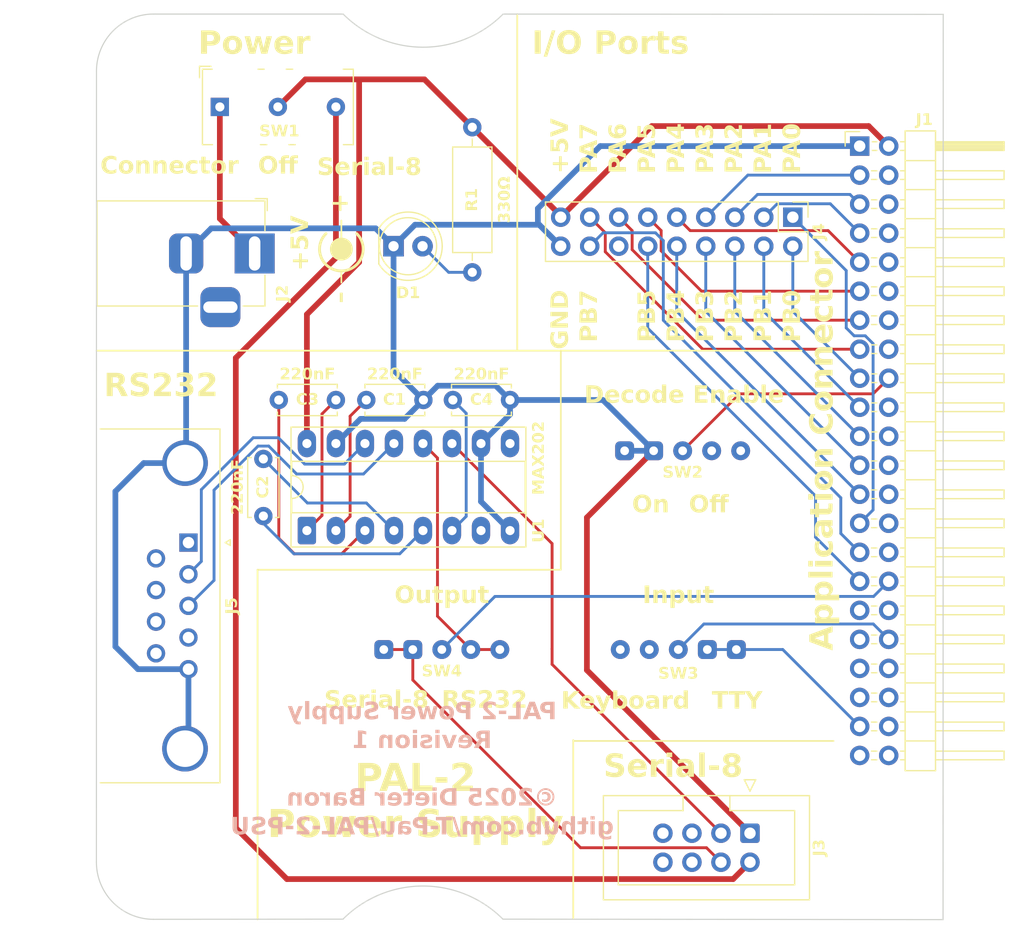
<source format=kicad_pcb>
(kicad_pcb (version 20241229) (generator "pcbnew") (generator_version "9.0")
  (layers (0 "F.Cu" signal) (2 "B.Cu" signal) (13 "F.Paste" user) (15 "B.Paste" user) (5 "F.SilkS" user "F.Silkscreen") (7 "B.SilkS" user "B.Silkscreen") (1 "F.Mask" user) (3 "B.Mask" user) (25 "Edge.Cuts" user))
  (net 0 "")
  (net 1 "GND")
  (net 2 "Net-(D1-A)")
  (net 3 "/PA3")
  (net 4 "/PA2")
  (net 5 "/PA1")
  (net 6 "/PA4")
  (net 7 "/PA5")
  (net 8 "/PA6")
  (net 9 "/PA7")
  (net 10 "/PB0")
  (net 11 "/PB1")
  (net 12 "/PB2")
  (net 13 "/PB3")
  (net 14 "/PB4")
  (net 15 "/PA0")
  (net 16 "/PB7")
  (net 17 "/PB5")
  (net 22 "KB_COL_A")
  (net 24 "+5V")
  (net 32 "Net-(J1-DECODE_EN)")
  (net 33 "KYBD")
  (net 35 "PTR")
  (net 36 "KB_ROW_3")
  (net 41 "TxD")
  (net 42 "RxD RSS")
  (net 44 "+5V Serial-8")
  (net 45 "RxD Serial-8")
  (net 46 "/+5V Connector")
  (net 51 "Net-(U1-C1+)")
  (net 52 "Net-(U1-C1-)")
  (net 53 "Net-(U1-C2+)")
  (net 54 "Net-(U1-C2-)")
  (net 55 "Net-(U1-VS+)")
  (net 56 "Net-(U1-VS-)")
  (net 64 "Net-(U1-T1OUT)")
  (net 65 "Net-(U1-R1IN)")
  (footprint "MountingHole:MountingHole_3.2mm_M3" (layer "F.Cu") (at 67.295001 103.359981)
    (property "Reference" "H3")
    (property "Value" "~")
    (pad "" np_thru_hole circle (at 0 0) (size 3.2 3.2) (drill 3.2) (layers "*.Cu" "*.Mask"))
  )
  (footprint "Capacitor_THT:C_Disc_D5.0mm_W2.5mm_P5.00mm" (layer "F.Cu") (at 84.455 61.722 180)
    (property "Reference" "C1" (at -5.12 0 0) (layer "F.SilkS"))
    (property "Value" "220nF" (at 2.5 2.2225 0) (layer "F.SilkS"))
    (pad "1" thru_hole circle (at 0 0 180) (size 1.6 1.6) (drill 0.8) (layers "*.Cu" "*.Mask") (net 51 "Net-(U1-C1+)"))
    (pad "2" thru_hole circle (at 5 0 180) (size 1.6 1.6) (drill 0.8) (layers "*.Cu" "*.Mask") (net 52 "Net-(U1-C1-)"))
  )
  (footprint "T-Pau:SW-2.54-5.08" (layer "F.Cu") (at 114.427 76.656 180)
    (property "Reference" "SW3" (at 0 -9.0436 0) (layer "F.SilkS") (effects (font (thickness 0.1))))
    (property "Value" "INPUT")
    (pad "1" thru_hole roundrect (at -5.08 -6.91 180) (size 1.65 1.65) (drill 0.762) (layers "*.Cu" "*.Mask") (net 22 "KB_COL_A"))
    (pad "1" thru_hole roundrect (at -2.54 -6.91 180) (size 1.65 1.65) (drill 0.762) (layers "*.Cu" "*.Mask") (net 22 "KB_COL_A"))
    (pad "2" thru_hole circle (at 0 -6.91 180) (size 1.65 1.65) (drill 0.762) (layers "*.Cu" "*.Mask") (net 36 "KB_ROW_3"))
    (pad "3" thru_hole circle (at 2.54 -6.91 180) (size 1.65 1.65) (drill 0.762) (layers "*.Cu" "*.Mask"))
    (pad "3" thru_hole circle (at 5.08 -6.91 180) (size 1.65 1.65) (drill 0.762) (layers "*.Cu" "*.Mask"))
  )
  (footprint "Connector_IDC:IDC-Header_2x04_P2.54mm_Vertical" (layer "F.Cu") (at 120.7008 99.6442 -90)
    (property "Reference" "J3" (at 1.27 -6.1 90) (layer "F.SilkS"))
    (property "Value" "Serial-8")
    (pad "1" thru_hole roundrect (at 0 0 270) (size 1.7 1.7) (drill 1) (layers "*.Cu" "*.Mask") (roundrect_rratio 0.147059) (net 1 "GND"))
    (pad "2" thru_hole circle (at 2.54 0 270) (size 1.7 1.7) (drill 1) (layers "*.Cu" "*.Mask") (net 44 "+5V Serial-8"))
    (pad "3" thru_hole circle (at 0 2.54 270) (size 1.7 1.7) (drill 1) (layers "*.Cu" "*.Mask") (net 41 "TxD"))
    (pad "4" thru_hole circle (at 2.54 2.54 270) (size 1.7 1.7) (drill 1) (layers "*.Cu" "*.Mask") (net 45 "RxD Serial-8"))
    (pad "5" thru_hole circle (at 0 5.08 270) (size 1.7 1.7) (drill 1) (layers "*.Cu" "*.Mask"))
    (pad "6" thru_hole circle (at 2.54 5.08 270) (size 1.7 1.7) (drill 1) (layers "*.Cu" "*.Mask"))
    (pad "7" thru_hole circle (at 0 7.62 270) (size 1.7 1.7) (drill 1) (layers "*.Cu" "*.Mask"))
    (pad "8" thru_hole circle (at 2.54 7.62 270) (size 1.7 1.7) (drill 1) (layers "*.Cu" "*.Mask"))
  )
  (footprint "T-Pau:SW-2.54-5.08" (layer "F.Cu") (at 93.726 90.476)
    (property "Reference" "SW4" (at 0 -4.98 0) (layer "F.SilkS") (effects (font (thickness 0.1))))
    (property "Value" "TTY")
    (pad "1" thru_hole roundrect (at -5.08 -6.91) (size 1.65 1.65) (drill 0.762) (layers "*.Cu" "*.Mask") (net 45 "RxD Serial-8"))
    (pad "1" thru_hole roundrect (at -2.54 -6.91) (size 1.65 1.65) (drill 0.762) (layers "*.Cu" "*.Mask") (net 45 "RxD Serial-8"))
    (pad "2" thru_hole circle (at 0 -6.91) (size 1.65 1.65) (drill 0.762) (layers "*.Cu" "*.Mask") (net 33 "KYBD"))
    (pad "3" thru_hole circle (at 2.54 -6.91) (size 1.65 1.65) (drill 0.762) (layers "*.Cu" "*.Mask") (net 42 "RxD RSS"))
    (pad "3" thru_hole circle (at 5.08 -6.91) (size 1.65 1.65) (drill 0.762) (layers "*.Cu" "*.Mask") (net 42 "RxD RSS"))
  )
  (footprint "Capacitor_THT:C_Disc_D5.0mm_W2.5mm_P5.00mm" (layer "F.Cu") (at 92.115 61.722 180)
    (property "Reference" "C3" (at 10.16 0 0) (layer "F.SilkS"))
    (property "Value" "220nF" (at 2.5 2.2225 0) (layer "F.SilkS"))
    (pad "1" thru_hole circle (at 0 0 180) (size 1.6 1.6) (drill 0.8) (layers "*.Cu" "*.Mask") (net 1 "GND"))
    (pad "2" thru_hole circle (at 5 0 180) (size 1.6 1.6) (drill 0.8) (layers "*.Cu" "*.Mask") (net 55 "Net-(U1-VS+)"))
  )
  (footprint "MountingHole:MountingHole_3.2mm_M3" (layer "F.Cu") (at 67.31 31.75)
    (property "Reference" "H1")
    (property "Value" "~")
    (pad "" np_thru_hole circle (at 0 0) (size 3.2 3.2) (drill 3.2) (layers "*.Cu" "*.Mask"))
  )
  (footprint "T-Pau:SW-2.54-5.08" (layer "F.Cu") (at 114.808 73.077)
    (property "Reference" "SW2" (at 0 -4.98 0) (layer "F.SilkS") (effects (font (thickness 0.1))))
    (property "Value" "DECODE_EN")
    (pad "1" thru_hole roundrect (at -5.08 -6.91) (size 1.65 1.65) (drill 0.762) (layers "*.Cu" "*.Mask") (net 1 "GND"))
    (pad "1" thru_hole roundrect (at -2.54 -6.91) (size 1.65 1.65) (drill 0.762) (layers "*.Cu" "*.Mask") (net 1 "GND"))
    (pad "2" thru_hole circle (at 0 -6.91) (size 1.65 1.65) (drill 0.762) (layers "*.Cu" "*.Mask") (net 32 "Net-(J1-DECODE_EN)"))
    (pad "3" thru_hole circle (at 2.54 -6.91) (size 1.65 1.65) (drill 0.762) (layers "*.Cu" "*.Mask"))
    (pad "3" thru_hole circle (at 5.08 -6.91) (size 1.65 1.65) (drill 0.762) (layers "*.Cu" "*.Mask"))
  )
  (footprint "Connector_BarrelJack:BarrelJack_Horizontal" (layer "F.Cu") (at 77.343 48.895)
    (property "Reference" "J2" (at 2.47 3.4975 90) (layer "F.SilkS"))
    (property "Value" "+5V")
    (pad "1" thru_hole rect (at 0 0) (size 3.5 3.5) (drill oval 1 3) (layers "*.Cu" "*.Mask") (net 46 "/+5V Connector"))
    (pad "2" thru_hole roundrect (at -6 0) (size 3 3.5) (drill oval 1 3) (layers "*.Cu" "*.Mask") (net 1 "GND"))
    (pad "3" thru_hole roundrect (at -3 4.7) (size 3.5 3.5) (drill oval 3 1) (layers "*.Cu" "*.Mask"))
  )
  (footprint "Package_DIP:DIP-16_W7.62mm_Socket_LongPads" (layer "F.Cu") (at 81.915 73.152 90)
    (property "Reference" "U1" (at -0.01 20.33 90) (layer "F.SilkS"))
    (property "Value" "MAX202" (at 6.35 20.32 90) (layer "F.SilkS"))
    (pad "1" thru_hole roundrect (at 0 0 90) (size 2.4 1.6) (drill 0.8) (layers "*.Cu" "*.Mask") (roundrect_rratio 0.15625) (net 51 "Net-(U1-C1+)"))
    (pad "2" thru_hole oval (at 0 2.54 90) (size 2.4 1.6) (drill 0.8) (layers "*.Cu" "*.Mask") (net 55 "Net-(U1-VS+)"))
    (pad "3" thru_hole oval (at 0 5.08 90) (size 2.4 1.6) (drill 0.8) (layers "*.Cu" "*.Mask") (net 52 "Net-(U1-C1-)"))
    (pad "4" thru_hole oval (at 0 7.62 90) (size 2.4 1.6) (drill 0.8) (layers "*.Cu" "*.Mask") (net 53 "Net-(U1-C2+)"))
    (pad "5" thru_hole oval (at 0 10.16 90) (size 2.4 1.6) (drill 0.8) (layers "*.Cu" "*.Mask") (net 54 "Net-(U1-C2-)"))
    (pad "6" thru_hole oval (at 0 12.7 90) (size 2.4 1.6) (drill 0.8) (layers "*.Cu" "*.Mask") (net 56 "Net-(U1-VS-)"))
    (pad "7" thru_hole oval (at 0 15.24 90) (size 2.4 1.6) (drill 0.8) (layers "*.Cu" "*.Mask"))
    (pad "8" thru_hole oval (at 0 17.78 90) (size 2.4 1.6) (drill 0.8) (layers "*.Cu" "*.Mask") (net 1 "GND"))
    (pad "9" thru_hole oval (at 7.62 17.78 90) (size 2.4 1.6) (drill 0.8) (layers "*.Cu" "*.Mask"))
    (pad "10" thru_hole oval (at 7.62 15.24 90) (size 2.4 1.6) (drill 0.8) (layers "*.Cu" "*.Mask") (net 1 "GND"))
    (pad "11" thru_hole oval (at 7.62 12.7 90) (size 2.4 1.6) (drill 0.8) (layers "*.Cu" "*.Mask") (net 41 "TxD"))
    (pad "12" thru_hole oval (at 7.62 10.16 90) (size 2.4 1.6) (drill 0.8) (layers "*.Cu" "*.Mask") (net 42 "RxD RSS"))
    (pad "13" thru_hole oval (at 7.62 7.62 90) (size 2.4 1.6) (drill 0.8) (layers "*.Cu" "*.Mask") (net 65 "Net-(U1-R1IN)"))
    (pad "14" thru_hole oval (at 7.62 5.08 90) (size 2.4 1.6) (drill 0.8) (layers "*.Cu" "*.Mask") (net 64 "Net-(U1-T1OUT)"))
    (pad "15" thru_hole oval (at 7.62 2.54 90) (size 2.4 1.6) (drill 0.8) (layers "*.Cu" "*.Mask") (net 1 "GND"))
    (pad "16" thru_hole oval (at 7.62 0 90) (size 2.4 1.6) (drill 0.8) (layers "*.Cu" "*.Mask") (net 24 "+5V"))
  )
  (footprint "T-Pau:PAL-2 Connector" (layer "F.Cu") (at 130.302 39.497)
    (property "Reference" "J1" (at 5.655 -2.27 0) (layer "F.SilkS"))
    (property "Value" "Application Connector")
    (pad "1" thru_hole rect (at 0 0) (size 1.7 1.7) (drill 1) (layers "*.Cu" "*.Mask") (net 1 "GND"))
    (pad "2" thru_hole oval (at 0 2.54) (size 1.7 1.7) (drill 1) (layers "*.Cu" "*.Mask") (net 3 "/PA3"))
    (pad "3" thru_hole oval (at 0 5.08) (size 1.7 1.7) (drill 1) (layers "*.Cu" "*.Mask") (net 4 "/PA2"))
    (pad "4" thru_hole oval (at 0 7.62) (size 1.7 1.7) (drill 1) (layers "*.Cu" "*.Mask") (net 5 "/PA1"))
    (pad "5" thru_hole oval (at 0 10.16) (size 1.7 1.7) (drill 1) (layers "*.Cu" "*.Mask") (net 6 "/PA4"))
    (pad "6" thru_hole oval (at 0 12.7) (size 1.7 1.7) (drill 1) (layers "*.Cu" "*.Mask") (net 7 "/PA5"))
    (pad "7" thru_hole oval (at 0 15.24) (size 1.7 1.7) (drill 1) (layers "*.Cu" "*.Mask") (net 8 "/PA6"))
    (pad "8" thru_hole oval (at 0 17.78) (size 1.7 1.7) (drill 1) (layers "*.Cu" "*.Mask") (net 9 "/PA7"))
    (pad "9" thru_hole oval (at 0 20.32) (size 1.7 1.7) (drill 1) (layers "*.Cu" "*.Mask") (net 10 "/PB0"))
    (pad "10" thru_hole oval (at 0 22.86) (size 1.7 1.7) (drill 1) (layers "*.Cu" "*.Mask") (net 11 "/PB1"))
    (pad "11" thru_hole oval (at 0 25.4) (size 1.7 1.7) (drill 1) (layers "*.Cu" "*.Mask") (net 12 "/PB2"))
    (pad "12" thru_hole oval (at 0 27.94) (size 1.7 1.7) (drill 1) (layers "*.Cu" "*.Mask") (net 13 "/PB3"))
    (pad "13" thru_hole oval (at 0 30.48) (size 1.7 1.7) (drill 1) (layers "*.Cu" "*.Mask") (net 14 "/PB4"))
    (pad "14" thru_hole oval (at 0 33.02) (size 1.7 1.7) (drill 1) (layers "*.Cu" "*.Mask") (net 15 "/PA0"))
    (pad "15" thru_hole oval (at 0 35.56) (size 1.7 1.7) (drill 1) (layers "*.Cu" "*.Mask") (net 16 "/PB7"))
    (pad "16" thru_hole oval (at 0 38.1) (size 1.7 1.7) (drill 1) (layers "*.Cu" "*.Mask") (net 17 "/PB5"))
    (pad "17" thru_hole oval (at 0 40.64) (size 1.7 1.7) (drill 1) (layers "*.Cu" "*.Mask"))
    (pad "18" thru_hole oval (at 0 43.18) (size 1.7 1.7) (drill 1) (layers "*.Cu" "*.Mask"))
    (pad "19" thru_hole oval (at 0 45.72) (size 1.7 1.7) (drill 1) (layers "*.Cu" "*.Mask"))
    (pad "20" thru_hole oval (at 0 48.26) (size 1.7 1.7) (drill 1) (layers "*.Cu" "*.Mask"))
    (pad "21" thru_hole oval (at 0 50.8) (size 1.7 1.7) (drill 1) (layers "*.Cu" "*.Mask") (net 22 "KB_COL_A"))
    (pad "22" thru_hole oval (at 0 53.34) (size 1.7 1.7) (drill 1) (layers "*.Cu" "*.Mask"))
    (pad "A" thru_hole oval (at 2.54 0) (size 1.7 1.7) (drill 1) (layers "*.Cu" "*.Mask") (net 24 "+5V"))
    (pad "B" thru_hole oval (at 2.54 2.54) (size 1.7 1.7) (drill 1) (layers "*.Cu" "*.Mask"))
    (pad "C" thru_hole oval (at 2.54 5.08) (size 1.7 1.7) (drill 1) (layers "*.Cu" "*.Mask"))
    (pad "D" thru_hole oval (at 2.54 7.62) (size 1.7 1.7) (drill 1) (layers "*.Cu" "*.Mask"))
    (pad "E" thru_hole oval (at 2.54 10.16) (size 1.7 1.7) (drill 1) (layers "*.Cu" "*.Mask"))
    (pad "F" thru_hole oval (at 2.54 12.7) (size 1.7 1.7) (drill 1) (layers "*.Cu" "*.Mask"))
    (pad "H" thru_hole oval (at 2.54 15.24) (size 1.7 1.7) (drill 1) (layers "*.Cu" "*.Mask"))
    (pad "J" thru_hole oval (at 2.54 17.78) (size 1.7 1.7) (drill 1) (layers "*.Cu" "*.Mask"))
    (pad "K" thru_hole oval (at 2.54 20.32) (size 1.7 1.7) (drill 1) (layers "*.Cu" "*.Mask") (net 32 "Net-(J1-DECODE_EN)"))
    (pad "L" thru_hole oval (at 2.54 22.86) (size 1.7 1.7) (drill 1) (layers "*.Cu" "*.Mask"))
    (pad "M" thru_hole oval (at 2.54 25.4) (size 1.7 1.7) (drill 1) (layers "*.Cu" "*.Mask"))
    (pad "N" thru_hole oval (at 2.54 27.94) (size 1.7 1.7) (drill 1) (layers "*.Cu" "*.Mask"))
    (pad "P" thru_hole oval (at 2.54 30.48) (size 1.7 1.7) (drill 1) (layers "*.Cu" "*.Mask"))
    (pad "R" thru_hole oval (at 2.54 33.02) (size 1.7 1.7) (drill 1) (layers "*.Cu" "*.Mask"))
    (pad "S" thru_hole oval (at 2.54 35.56) (size 1.7 1.7) (drill 1) (layers "*.Cu" "*.Mask"))
    (pad "T" thru_hole oval (at 2.54 38.1) (size 1.7 1.7) (drill 1) (layers "*.Cu" "*.Mask") (net 33 "KYBD"))
    (pad "U" thru_hole oval (at 2.54 40.64) (size 1.7 1.7) (drill 1) (layers "*.Cu" "*.Mask") (net 35 "PTR"))
    (pad "V" thru_hole oval (at 2.54 43.18) (size 1.7 1.7) (drill 1) (layers "*.Cu" "*.Mask") (net 36 "KB_ROW_3"))
    (pad "W" thru_hole oval (at 2.54 45.72) (size 1.7 1.7) (drill 1) (layers "*.Cu" "*.Mask"))
    (pad "X" thru_hole oval (at 2.54 48.26) (size 1.7 1.7) (drill 1) (layers "*.Cu" "*.Mask"))
    (pad "Y" thru_hole oval (at 2.54 50.8) (size 1.7 1.7) (drill 1) (layers "*.Cu" "*.Mask"))
    (pad "Z" thru_hole oval (at 2.54 53.34) (size 1.7 1.7) (drill 1) (layers "*.Cu" "*.Mask"))
  )
  (footprint "Capacitor_THT:C_Disc_D5.0mm_W2.5mm_P5.00mm" (layer "F.Cu") (at 99.695 61.722 180)
    (property "Reference" "C4" (at 2.5 0 0) (layer "F.SilkS"))
    (property "Value" "220nF" (at 2.5 2.2225 0) (layer "F.SilkS"))
    (pad "1" thru_hole circle (at 0 0 180) (size 1.6 1.6) (drill 0.8) (layers "*.Cu" "*.Mask") (net 1 "GND"))
    (pad "2" thru_hole circle (at 5 0 180) (size 1.6 1.6) (drill 0.8) (layers "*.Cu" "*.Mask") (net 56 "Net-(U1-VS-)"))
  )
  (footprint "Resistor_THT:R_Axial_DIN0309_L9.0mm_D3.2mm_P12.70mm_Horizontal" (layer "F.Cu") (at 96.393 37.846 -90)
    (property "Reference" "R1" (at 6.35 0 90) (layer "F.SilkS"))
    (property "Value" "330Ω" (at 6.35 -2.8575 90) (layer "F.SilkS"))
    (pad "1" thru_hole circle (at 0 0 270) (size 1.6 1.6) (drill 0.8) (layers "*.Cu" "*.Mask") (net 24 "+5V"))
    (pad "2" thru_hole oval (at 12.7 0 270) (size 1.6 1.6) (drill 0.8) (layers "*.Cu" "*.Mask") (net 2 "Net-(D1-A)"))
  )
  (footprint "MountingHole:MountingHole_3.2mm_M3" (layer "F.Cu") (at 133.5024 103.359981)
    (property "Reference" "H4")
    (property "Value" "~")
    (pad "" np_thru_hole circle (at 0 0) (size 3.2 3.2) (drill 3.2) (layers "*.Cu" "*.Mask"))
  )
  (footprint "Capacitor_THT:C_Disc_D5.0mm_W2.5mm_P5.00mm" (layer "F.Cu") (at 78.105 66.882 -90)
    (property "Reference" "C2" (at 2.46 0 90) (layer "F.SilkS"))
    (property "Value" "220nF" (at 2.46 2.2225 90) (layer "F.SilkS"))
    (pad "1" thru_hole circle (at 0 0 270) (size 1.6 1.6) (drill 0.8) (layers "*.Cu" "*.Mask") (net 53 "Net-(U1-C2+)"))
    (pad "2" thru_hole circle (at 5 0 270) (size 1.6 1.6) (drill 0.8) (layers "*.Cu" "*.Mask") (net 54 "Net-(U1-C2-)"))
  )
  (footprint "MountingHole:MountingHole_3.2mm_M3" (layer "F.Cu") (at 133.5024 31.7246)
    (property "Reference" "H2")
    (property "Value" "~")
    (pad "" np_thru_hole circle (at 0 0) (size 3.2 3.2) (drill 3.2) (layers "*.Cu" "*.Mask"))
  )
  (footprint "Connector_PinHeader_2.54mm:PinHeader_2x09_P2.54mm_Vertical" (layer "F.Cu") (at 124.45 45.72 -90)
    (property "Reference" "J4" (at 1.27 -2.33 90) (layer "F.SilkS"))
    (property "Value" "I/O")
    (pad "1" thru_hole rect (at 0 0 270) (size 1.7 1.7) (drill 1) (layers "*.Cu" "*.Mask") (net 15 "/PA0"))
    (pad "2" thru_hole oval (at 2.54 0 270) (size 1.7 1.7) (drill 1) (layers "*.Cu" "*.Mask") (net 10 "/PB0"))
    (pad "3" thru_hole oval (at 0 2.54 270) (size 1.7 1.7) (drill 1) (layers "*.Cu" "*.Mask") (net 5 "/PA1"))
    (pad "4" thru_hole oval (at 2.54 2.54 270) (size 1.7 1.7) (drill 1) (layers "*.Cu" "*.Mask") (net 11 "/PB1"))
    (pad "5" thru_hole oval (at 0 5.08 270) (size 1.7 1.7) (drill 1) (layers "*.Cu" "*.Mask") (net 4 "/PA2"))
    (pad "6" thru_hole oval (at 2.54 5.08 270) (size 1.7 1.7) (drill 1) (layers "*.Cu" "*.Mask") (net 12 "/PB2"))
    (pad "7" thru_hole oval (at 0 7.62 270) (size 1.7 1.7) (drill 1) (layers "*.Cu" "*.Mask") (net 3 "/PA3"))
    (pad "8" thru_hole oval (at 2.54 7.62 270) (size 1.7 1.7) (drill 1) (layers "*.Cu" "*.Mask") (net 13 "/PB3"))
    (pad "9" thru_hole oval (at 0 10.16 270) (size 1.7 1.7) (drill 1) (layers "*.Cu" "*.Mask") (net 6 "/PA4"))
    (pad "10" thru_hole oval (at 2.54 10.16 270) (size 1.7 1.7) (drill 1) (layers "*.Cu" "*.Mask") (net 14 "/PB4"))
    (pad "11" thru_hole oval (at 0 12.7 270) (size 1.7 1.7) (drill 1) (layers "*.Cu" "*.Mask") (net 7 "/PA5"))
    (pad "12" thru_hole oval (at 2.54 12.7 270) (size 1.7 1.7) (drill 1) (layers "*.Cu" "*.Mask") (net 17 "/PB5"))
    (pad "13" thru_hole oval (at 0 15.24 270) (size 1.7 1.7) (drill 1) (layers "*.Cu" "*.Mask") (net 8 "/PA6"))
    (pad "14" thru_hole oval (at 2.54 15.24 270) (size 1.7 1.7) (drill 1) (layers "*.Cu" "*.Mask"))
    (pad "15" thru_hole oval (at 0 17.78 270) (size 1.7 1.7) (drill 1) (layers "*.Cu" "*.Mask") (net 9 "/PA7"))
    (pad "16" thru_hole oval (at 2.54 17.78 270) (size 1.7 1.7) (drill 1) (layers "*.Cu" "*.Mask") (net 16 "/PB7"))
    (pad "17" thru_hole oval (at 0 20.32 270) (size 1.7 1.7) (drill 1) (layers "*.Cu" "*.Mask") (net 24 "+5V"))
    (pad "18" thru_hole oval (at 2.54 20.32 270) (size 1.7 1.7) (drill 1) (layers "*.Cu" "*.Mask") (net 1 "GND"))
  )
  (footprint "LED_THT:LED_D5.0mm" (layer "F.Cu") (at 89.499 48.26)
    (property "Reference" "D1" (at 1.27 4.1275 0) (layer "F.SilkS"))
    (property "Value" "Red")
    (pad "1" thru_hole rect (at 0 0) (size 1.8 1.8) (drill 0.9) (layers "*.Cu" "*.Mask") (net 1 "GND"))
    (pad "2" thru_hole circle (at 2.54 0) (size 1.8 1.8) (drill 0.9) (layers "*.Cu" "*.Mask") (net 2 "Net-(D1-A)"))
  )
  (footprint "T-Pau:SS-25139-NH" (layer "F.Cu") (at 79.375 36.068)
    (property "Reference" "SW1" (at 0.127 2.159 0) (layer "F.SilkS"))
    (property "Value" "Power")
    (pad "1" thru_hole rect (at -5.08 0) (size 1.6 1.6) (drill 0.8) (layers "*.Cu" "*.Mask") (net 46 "/+5V Connector"))
    (pad "2" thru_hole circle (at 0 0) (size 1.6 1.6) (drill 0.8) (layers "*.Cu" "*.Mask") (net 24 "+5V"))
    (pad "3" thru_hole circle (at 5.08 0) (size 1.6 1.6) (drill 0.8) (layers "*.Cu" "*.Mask") (net 44 "+5V Serial-8"))
  )
  (footprint "Connector_Dsub:DSUB-9_Male_Horizontal_P2.77x2.84mm_EdgePinOffset4.94mm_Housed_MountingHolesOffset7.48mm" (layer "F.Cu") (at 71.547 74.204 -90)
    (property "Reference" "J5" (at 5.54 -3.8275 90) (layer "F.SilkS"))
    (property "Value" "RS232")
    (pad "0" thru_hole circle (at -6.96 0.3 270) (size 4 4) (drill 3.2) (layers "*.Cu" "*.Mask") (net 1 "GND"))
    (pad "0" thru_hole circle (at 18.04 0.3 270) (size 4 4) (drill 3.2) (layers "*.Cu" "*.Mask") (net 1 "GND"))
    (pad "1" thru_hole rect (at 0 0 270) (size 1.6 1.6) (drill 1) (layers "*.Cu" "*.Mask"))
    (pad "2" thru_hole circle (at 2.77 0 270) (size 1.6 1.6) (drill 1) (layers "*.Cu" "*.Mask") (net 64 "Net-(U1-T1OUT)"))
    (pad "3" thru_hole circle (at 5.54 0 270) (size 1.6 1.6) (drill 1) (layers "*.Cu" "*.Mask") (net 65 "Net-(U1-R1IN)"))
    (pad "4" thru_hole circle (at 8.31 0 270) (size 1.6 1.6) (drill 1) (layers "*.Cu" "*.Mask"))
    (pad "5" thru_hole circle (at 11.08 0 270) (size 1.6 1.6) (drill 1) (layers "*.Cu" "*.Mask") (net 1 "GND"))
    (pad "6" thru_hole circle (at 1.385 2.84 270) (size 1.6 1.6) (drill 1) (layers "*.Cu" "*.Mask"))
    (pad "7" thru_hole circle (at 4.155 2.84 270) (size 1.6 1.6) (drill 1) (layers "*.Cu" "*.Mask"))
    (pad "8" thru_hole circle (at 6.925 2.84 270) (size 1.6 1.6) (drill 1) (layers "*.Cu" "*.Mask"))
    (pad "9" thru_hole circle (at 9.695 2.84 270) (size 1.6 1.6) (drill 1) (layers "*.Cu" "*.Mask"))
  )
  (gr_line (start 77.597 76.581) (end 104.14 76.581) (stroke (width 0.15)) (layer "F.SilkS"))
  (gr_arc (start 86.282 47.164) (mid 84.932 50.423188) (end 83.582 47.164) (stroke (width 0.25)) (layer "F.SilkS"))
  (gr_line (start 84.932 50.423188) (end 84.932 51.439) (stroke (width 0.15)) (layer "F.SilkS"))
  (gr_line (start 84.932 48.514) (end 84.932 46.014) (stroke (width 0.15)) (layer "F.SilkS"))
  (gr_line (start 100.33 57.404) (end 100.33 27.94) (stroke (width 0.15)) (layer "F.SilkS"))
  (gr_line (start 105.2322 107.1118) (end 105.2322 91.4908) (stroke (width 0.15)) (layer "F.SilkS"))
  (gr_line (start 77.597 107.188) (end 77.597 76.581) (stroke (width 0.15)) (layer "F.SilkS"))
  (gr_line (start 63.5 57.404) (end 104.14 57.404) (stroke (width 0.15)) (layer "F.SilkS"))
  (gr_line (start 104.14 76.581) (end 104.14 57.404) (stroke (width 0.15)) (layer "F.SilkS"))
  (gr_line (start 105.2322 91.567) (end 128.016 91.567) (stroke (width 0.15)) (layer "F.SilkS"))
  (gr_line (start 104.14 57.404) (end 125.222 57.404) (stroke (width 0.15)) (layer "F.SilkS"))
  (gr_circle (center 84.932 48.514) (end 84.932 47.514) (fill yes) (layer "F.SilkS"))
  (gr_line (start 99.074999 107.166495) (end 137.600995 107.207476) (stroke (width 0.1)) (layer "Edge.Cuts"))
  (gr_arc (start 99.089998 27.94) (mid 92.089999 30.839495) (end 85.09 27.94) (stroke (width 0.1)) (layer "Edge.Cuts"))
  (gr_line (start 99.089998 27.94) (end 137.6172 27.9654) (stroke (width 0.1)) (layer "Edge.Cuts"))
  (gr_arc (start 63.495534 32.937514) (mid 64.96 29.40198) (end 68.495534 27.937514) (stroke (width 0.1)) (layer "Edge.Cuts"))
  (gr_line (start 137.6172 27.9654) (end 137.600995 107.207476) (stroke (width 0.1)) (layer "Edge.Cuts"))
  (gr_arc (start 68.490535 107.181466) (mid 64.955001 105.717) (end 63.490535 102.181466) (stroke (width 0.1)) (layer "Edge.Cuts"))
  (gr_arc (start 85.075001 107.166495) (mid 92.075 104.267) (end 99.074999 107.166495) (stroke (width 0.1)) (layer "Edge.Cuts"))
  (gr_line (start 68.495534 27.937514) (end 85.09 27.94) (stroke (width 0.1)) (layer "Edge.Cuts"))
  (gr_line (start 68.490535 107.181466) (end 85.075001 107.166495) (stroke (width 0.1)) (layer "Edge.Cuts"))
  (gr_line (start 63.490535 102.181466) (end 63.495534 32.937514) (stroke (width 0.1)) (layer "Edge.Cuts"))
  (gr_text "PAL-2\nPower Supply" (at 91.4146 100.3808 0) (layer "F.SilkS") (effects (font (size 2.4 2.4) (thickness 0.3) (bold yes)) (justify bottom)))
  (gr_text "GND" (at 104.14 52.075 90) (layer "F.SilkS") (effects (font (size 1.5 1.5)) (justify right)))
  (gr_text "Serial-8" (at 107.8738 95.0468 0) (layer "F.SilkS") (effects (font (size 2 2)) (justify left bottom)))
  (gr_text "–" (at 85.757 53.264 90) (layer "F.SilkS") (effects (font (size 1.5 1.5)) (justify left bottom)))
  (gr_text "PA1" (at 121.92 41.915 90) (layer "F.SilkS") (effects (font (size 1.5 1.5)) (justify left)))
  (gr_text "RS232" (at 64.135 61.722 0) (layer "F.SilkS") (effects (font (size 2 2)) (justify left bottom)))
  (gr_text "PB4" (at 114.3 52.075 90) (layer "F.SilkS") (effects (font (size 1.5 1.5)) (justify right)))
  (gr_text "+5V" (at 104.14 41.915 90) (layer "F.SilkS") (effects (font (size 1.5 1.5)) (justify left)))
  (gr_text "On" (at 112.014 70.9295 0) (layer "F.SilkS") (effects (font (size 1.5 1.5))))
  (gr_text "I/O Ports" (at 101.6 31.75 0) (layer "F.SilkS") (effects (font (size 2 2)) (justify left bottom)))
  (gr_text "Connector" (at 75.946 41.275 0) (layer "F.SilkS") (effects (font (size 1.5 1.5)) (justify right)))
  (gr_text "PA0" (at 124.46 41.915 90) (layer "F.SilkS") (effects (font (size 1.5 1.5)) (justify left)))
  (gr_text "Off" (at 79.375 41.275 0) (layer "F.SilkS") (effects (font (size 1.5 1.5))))
  (gr_text "Decode Enable" (at 114.935 61.341 0) (layer "F.SilkS") (effects (font (size 1.5 1.5))))
  (gr_text "PB2" (at 119.38 52.075 90) (layer "F.SilkS") (effects (font (size 1.5 1.5)) (justify right)))
  (gr_text "PB3" (at 116.84 52.075 90) (layer "F.SilkS") (effects (font (size 1.5 1.5)) (justify right)))
  (gr_text "Off" (at 117.094 70.9295 0) (layer "F.SilkS") (effects (font (size 1.5 1.5))))
  (gr_text "PA3" (at 116.84 41.915 90) (layer "F.SilkS") (effects (font (size 1.5 1.5)) (justify left)))
  (gr_text "TTY" (at 121.793 88.113 0) (layer "F.SilkS") (effects (font (size 1.5 1.5)) (justify right)))
  (gr_text "+" (at 85.732 45.389 90) (layer "F.SilkS") (effects (font (size 1.5 1.5)) (justify left bottom)))
  (gr_text "PB1" (at 121.92 52.075 90) (layer "F.SilkS") (effects (font (size 1.5 1.5)) (justify right)))
  (gr_text "Input" (at 114.427 78.867 0) (layer "F.SilkS") (effects (font (size 1.5 1.5))))
  (gr_text "Serial-8" (at 82.804 41.402 0) (layer "F.SilkS") (effects (font (size 1.5 1.5)) (justify left)))
  (gr_text "Application Connector" (at 128.27 66.167 90) (layer "F.SilkS") (effects (font (size 2 2)) (justify bottom)))
  (gr_text "PA6" (at 109.22 41.915 90) (layer "F.SilkS") (effects (font (size 1.5 1.5)) (justify left)))
  (gr_text "PA5" (at 111.76 41.915 90) (layer "F.SilkS") (effects (font (size 1.5 1.5)) (justify left)))
  (gr_text "Serial-8" (at 92.583 88.036 0) (layer "F.SilkS") (effects (font (size 1.5 1.5)) (justify right)))
  (gr_text "PA2" (at 119.38 41.915 90) (layer "F.SilkS") (effects (font (size 1.5 1.5)) (justify left)))
  (gr_text "PB5" (at 111.76 52.075 90) (layer "F.SilkS") (effects (font (size 1.5 1.5)) (justify right)))
  (gr_text "PB0" (at 124.46 52.075 90) (layer "F.SilkS") (effects (font (size 1.5 1.5)) (justify right)))
  (gr_text "+5V" (at 82.265 50.419 90) (layer "F.SilkS") (effects (font (size 1.5 1.5)) (justify left bottom)))
  (gr_text "RS232" (at 101.219 88.036 0) (layer "F.SilkS") (effects (font (size 1.5 1.5)) (justify right)))
  (gr_text "Keyboard" (at 115.443 88.113 0) (layer "F.SilkS") (effects (font (size 1.5 1.5)) (justify right)))
  (gr_text "Power" (at 72.39 31.75 0) (layer "F.SilkS") (effects (font (size 2 2)) (justify left bottom)))
  (gr_text "Output" (at 93.726 78.867 0) (layer "F.SilkS") (effects (font (size 1.5 1.5))))
  (gr_text "PA4" (at 114.3 41.915 90) (layer "F.SilkS") (effects (font (size 1.5 1.5)) (justify left)))
  (gr_text "PA7" (at 106.68 41.915 90) (layer "F.SilkS") (effects (font (size 1.5 1.5)) (justify left)))
  (gr_text "PB7" (at 106.68 52.075 90) (layer "F.SilkS") (effects (font (size 1.5 1.5)) (justify right)))
  (gr_text "PAL-2 Power Supply\nRevision 1\n\n©2025 Dieter Baron\ngithub.com/T-Pau/PAL-2-PSU" (at 91.9988 99.9998 0) (layer "B.SilkS") (effects (font (size 1.5 1.5)) (justify bottom mirror)))
  (segment (start 71.547 91.944) (end 71.247 92.244) (width 0.5) (layer "F.Cu") (net 1))
  (segment (start 71.343 67.148) (end 71.247 67.244) (width 0.5) (layer "F.Cu") (net 1))
  (segment (start 112.268 66.167) (end 106.426 72.009) (width 0.5) (layer "F.Cu") (net 1))
  (segment (start 106.426 85.3694) (end 120.7008 99.6442) (width 0.5) (layer "F.Cu") (net 1))
  (segment (start 106.426 72.009) (end 106.426 85.3694) (width 0.5) (layer "F.Cu") (net 1))
  (segment (start 112.268 66.167) (end 109.728 66.167) (width 0.5) (layer "B.Cu") (net 1))
  (segment (start 102.1334 46.2634) (end 104.13 48.26) (width 0.5) (layer "B.Cu") (net 1))
  (segment (start 102.2504 46.3804) (end 104.13 48.26) (width 0.5) (layer "B.Cu") (net 1))
  (segment (start 89.499 48.26) (end 87.933 46.694) (width 0.5) (layer "B.Cu") (net 1))
  (segment (start 102.1334 44.958) (end 102.1334 46.2634) (width 0.5) (layer "B.Cu") (net 1))
  (segment (start 71.547 85.284) (end 71.547 91.944) (width 0.5) (layer "B.Cu") (net 1))
  (segment (start 90.464 63.373) (end 92.115 61.722) (width 0.5) (layer "B.Cu") (net 1))
  (segment (start 97.155 70.612) (end 99.695 73.152) (width 0.5) (layer "B.Cu") (net 1))
  (segment (start 130.302 39.497) (end 107.5944 39.497) (width 0.5) (layer "B.Cu") (net 1))
  (segment (start 73.544 46.694) (end 71.343 48.895) (width 0.5) (layer "B.Cu") (net 1))
  (segment (start 67.123 85.284) (end 65.151 83.312) (width 0.5) (layer "B.Cu") (net 1))
  (segment (start 87.933 46.694) (end 73.544 46.694) (width 0.5) (layer "B.Cu") (net 1))
  (segment (start 67.63 67.244) (end 71.247 67.244) (width 0.5) (layer "B.Cu") (net 1))
  (segment (start 89.499 59.106) (end 92.115 61.722) (width 0.5) (layer "B.Cu") (net 1))
  (segment (start 65.151 83.312) (end 65.151 69.723) (width 0.5) (layer "B.Cu") (net 1))
  (segment (start 99.695 61.722) (end 107.823 61.722) (width 0.5) (layer "B.Cu") (net 1))
  (segment (start 107.823 61.722) (end 112.268 66.167) (width 0.5) (layer "B.Cu") (net 1))
  (segment (start 98.444 60.471) (end 93.366 60.471) (width 0.5) (layer "B.Cu") (net 1))
  (segment (start 107.5944 39.497) (end 102.1334 44.958) (width 0.5) (layer "B.Cu") (net 1))
  (segment (start 99.695 61.722) (end 98.444 60.471) (width 0.5) (layer "B.Cu") (net 1))
  (segment (start 89.499 48.26) (end 89.499 59.106) (width 0.5) (layer "B.Cu") (net 1))
  (segment (start 71.343 48.895) (end 71.343 67.148) (width 0.5) (layer "B.Cu") (net 1))
  (segment (start 84.455 65.532) (end 86.614 63.373) (width 0.5) (layer "B.Cu") (net 1))
  (segment (start 89.499 48.26) (end 91.3786 46.3804) (width 0.5) (layer "B.Cu") (net 1))
  (segment (start 97.155 65.532) (end 97.155 70.612) (width 0.5) (layer "B.Cu") (net 1))
  (segment (start 99.695 62.992) (end 97.155 65.532) (width 0.5) (layer "B.Cu") (net 1))
  (segment (start 86.614 63.373) (end 90.464 63.373) (width 0.5) (layer "B.Cu") (net 1))
  (segment (start 93.366 60.471) (end 92.115 61.722) (width 0.5) (layer "B.Cu") (net 1))
  (segment (start 99.695 61.722) (end 99.695 62.992) (width 0.5) (layer "B.Cu") (net 1))
  (segment (start 65.151 69.723) (end 67.63 67.244) (width 0.5) (layer "B.Cu") (net 1))
  (segment (start 71.547 85.284) (end 67.123 85.284) (width 0.5) (layer "B.Cu") (net 1))
  (segment (start 91.3786 46.3804) (end 102.2504 46.3804) (width 0.5) (layer "B.Cu") (net 1))
  (segment (start 94.325 50.546) (end 96.393 50.546) (width 0.25) (layer "B.Cu") (net 2))
  (segment (start 92.039 48.26) (end 94.325 50.546) (width 0.25) (layer "B.Cu") (net 2))
  (segment (start 120.513 42.037) (end 130.302 42.037) (width 0.25) (layer "B.Cu") (net 3))
  (segment (start 116.83 45.72) (end 120.513 42.037) (width 0.25) (layer "B.Cu") (net 3))
  (segment (start 119.37 45.72) (end 121.363 43.727) (width 0.25) (layer "B.Cu") (net 4))
  (segment (start 129.452 43.727) (end 130.302 44.577) (width 0.25) (layer "B.Cu") (net 4))
  (segment (start 121.363 43.727) (end 129.452 43.727) (width 0.25) (layer "B.Cu") (net 4))
  (segment (start 123.086 44.544) (end 127.729 44.544) (width 0.25) (layer "B.Cu") (net 5))
  (segment (start 121.91 45.72) (end 123.086 44.544) (width 0.25) (layer "B.Cu") (net 5))
  (segment (start 127.729 44.544) (end 130.302 47.117) (width 0.25) (layer "B.Cu") (net 5))
  (segment (start 114.29 45.72) (end 115.466 46.896) (width 0.25) (layer "F.Cu") (net 6))
  (segment (start 115.466 46.896) (end 127.541 46.896) (width 0.25) (layer "F.Cu") (net 6))
  (segment (start 127.541 46.896) (end 130.302 49.657) (width 0.25) (layer "F.Cu") (net 6))
  (segment (start 116.459 52.197) (end 130.302 52.197) (width 0.25) (layer "F.Cu") (net 7))
  (segment (start 112.926 48.664) (end 116.459 52.197) (width 0.25) (layer "F.Cu") (net 7))
  (segment (start 111.75 45.72) (end 112.926 46.896) (width 0.25) (layer "F.Cu") (net 7))
  (segment (start 112.926 46.896) (end 112.926 48.664) (width 0.25) (layer "F.Cu") (net 7))
  (segment (start 116.563884 54.737) (end 130.302 54.737) (width 0.25) (layer "F.Cu") (net 8))
  (segment (start 109.21 45.72) (end 110.386 46.896) (width 0.25) (layer "F.Cu") (net 8))
  (segment (start 110.386 46.896) (end 110.386 48.559116) (width 0.25) (layer "F.Cu") (net 8))
  (segment (start 110.386 48.559116) (end 116.563884 54.737) (width 0.25) (layer "F.Cu") (net 8))
  (segment (start 108.034 48.747116) (end 116.563884 57.277) (width 0.25) (layer "F.Cu") (net 9))
  (segment (start 116.563884 57.277) (end 130.302 57.277) (width 0.25) (layer "F.Cu") (net 9))
  (segment (start 108.034 47.084) (end 108.034 48.747116) (width 0.25) (layer "F.Cu") (net 9))
  (segment (start 106.67 45.72) (end 108.034 47.084) (width 0.25) (layer "F.Cu") (net 9))
  (segment (start 124.45 48.26) (end 124.45 53.965) (width 0.25) (layer "B.Cu") (net 10))
  (segment (start 124.45 53.965) (end 130.302 59.817) (width 0.25) (layer "B.Cu") (net 10))
  (segment (start 121.91 53.965) (end 130.302 62.357) (width 0.25) (layer "B.Cu") (net 11))
  (segment (start 121.91 48.26) (end 121.91 53.965) (width 0.25) (layer "B.Cu") (net 11))
  (segment (start 119.37 53.965) (end 130.302 64.897) (width 0.25) (layer "B.Cu") (net 12))
  (segment (start 119.37 48.26) (end 119.37 53.965) (width 0.25) (layer "B.Cu") (net 12))
  (segment (start 116.83 48.26) (end 116.83 53.965) (width 0.25) (layer "B.Cu") (net 13))
  (segment (start 116.83 53.965) (end 130.302 67.437) (width 0.25) (layer "B.Cu") (net 13))
  (segment (start 114.29 48.26) (end 114.29 53.965) (width 0.25) (layer "B.Cu") (net 14))
  (segment (start 114.29 53.965) (end 130.302 69.977) (width 0.25) (layer "B.Cu") (net 14))
  (segment (start 131.478 56.789884) (end 131.478 71.341) (width 0.25) (layer "B.Cu") (net 15))
  (segment (start 129.126 55.412116) (end 129.814884 56.101) (width 0.25) (layer "B.Cu") (net 15))
  (segment (start 131.478 71.341) (end 130.302 72.517) (width 0.25) (layer "B.Cu") (net 15))
  (segment (start 129.814884 56.101) (end 130.789116 56.101) (width 0.25) (layer "B.Cu") (net 15))
  (segment (start 130.789116 56.101) (end 131.478 56.789884) (width 0.25) (layer "B.Cu") (net 15))
  (segment (start 124.45 45.72) (end 129.126 50.396) (width 0.25) (layer "B.Cu") (net 15))
  (segment (start 129.126 50.396) (end 129.126 55.412116) (width 0.25) (layer "B.Cu") (net 15))
  (segment (start 128.651 73.406) (end 130.302 75.057) (width 0.25) (layer "B.Cu") (net 16))
  (segment (start 112.425116 47.084) (end 113.114 47.772884) (width 0.25) (layer "B.Cu") (net 16))
  (segment (start 113.114 54.7448) (end 128.651 70.2818) (width 0.25) (layer "B.Cu") (net 16))
  (segment (start 106.67 48.26) (end 107.846 47.084) (width 0.25) (layer "B.Cu") (net 16))
  (segment (start 128.651 70.2818) (end 128.651 73.406) (width 0.25) (layer "B.Cu") (net 16))
  (segment (start 113.114 47.772884) (end 113.114 54.7448) (width 0.25) (layer "B.Cu") (net 16))
  (segment (start 130.302 74.5744) (end 130.302 75.057) (width 0.25) (layer "B.Cu") (net 16))
  (segment (start 107.846 47.084) (end 112.425116 47.084) (width 0.25) (layer "B.Cu") (net 16))
  (segment (start 111.75 48.26) (end 111.75 55.4382) (width 0.25) (layer "B.Cu") (net 17))
  (segment (start 130.302 77.194105) (end 130.302 77.597) (width 0.25) (layer "B.Cu") (net 17))
  (segment (start 126.4412 73.7362) (end 130.302 77.597) (width 0.25) (layer "B.Cu") (net 17))
  (segment (start 111.75 55.4382) (end 126.4412 70.1294) (width 0.25) (layer "B.Cu") (net 17))
  (segment (start 126.4412 70.1294) (end 126.4412 73.7362) (width 0.25) (layer "B.Cu") (net 17))
  (segment (start 116.967 83.566) (end 119.507 83.566) (width 0.25) (layer "B.Cu") (net 22))
  (segment (start 123.571 83.566) (end 130.302 90.297) (width 0.25) (layer "B.Cu") (net 22))
  (segment (start 119.507 83.566) (end 123.571 83.566) (width 0.25) (layer "B.Cu") (net 22))
  (segment (start 112.1056 37.7444) (end 131.0894 37.7444) (width 0.5) (layer "F.Cu") (net 24))
  (segment (start 104.13 45.72) (end 112.1056 37.7444) (width 0.5) (layer "F.Cu") (net 24))
  (segment (start 86.487 49.657) (end 86.487 33.655) (width 0.5) (layer "F.Cu") (net 24))
  (segment (start 131.0894 37.7444) (end 132.842 39.497) (width 0.5) (layer "F.Cu") (net 24))
  (segment (start 81.788 33.655) (end 79.375 36.068) (width 0.5) (layer "F.Cu") (net 24))
  (segment (start 81.915 65.532) (end 81.915 54.229) (width 0.5) (layer "F.Cu") (net 24))
  (segment (start 96.393 37.846) (end 104.13 45.583) (width 0.5) (layer "F.Cu") (net 24))
  (segment (start 92.202 33.655) (end 81.788 33.655) (width 0.5) (layer "F.Cu") (net 24))
  (segment (start 81.915 54.229) (end 86.487 49.657) (width 0.5) (layer "F.Cu") (net 24))
  (segment (start 96.393 37.846) (end 92.202 33.655) (width 0.5) (layer "F.Cu") (net 24))
  (segment (start 104.13 45.583) (end 104.13 45.72) (width 0.5) (layer "B.Cu") (net 24))
  (segment (start 119.794 61.181) (end 131.478 61.181) (width 0.25) (layer "F.Cu") (net 32))
  (segment (start 114.808 66.167) (end 119.794 61.181) (width 0.25) (layer "F.Cu") (net 32))
  (segment (start 131.478 61.181) (end 132.842 59.817) (width 0.25) (layer "F.Cu") (net 32))
  (segment (start 93.726 83.566) (end 98.3742 78.9178) (width 0.25) (layer "B.Cu") (net 33))
  (segment (start 131.5212 78.9178) (end 132.842 77.597) (width 0.25) (layer "B.Cu") (net 33))
  (segment (start 98.3742 78.9178) (end 131.5212 78.9178) (width 0.25) (layer "B.Cu") (net 33))
  (segment (start 131.4958 81.3308) (end 132.842 82.677) (width 0.25) (layer "B.Cu") (net 36))
  (segment (start 116.6622 81.3308) (end 131.4958 81.3308) (width 0.25) (layer "B.Cu") (net 36))
  (segment (start 114.427 83.566) (end 116.6622 81.3308) (width 0.25) (layer "B.Cu") (net 36))
  (segment (start 103.378 84.8614) (end 103.378 83.5152) (width 0.25) (layer "F.Cu") (net 41))
  (segment (start 94.615 65.532) (end 103.378 74.295) (width 0.25) (layer "F.Cu") (net 41))
  (segment (start 103.378 74.295) (end 103.378 83.5152) (width 0.25) (layer "F.Cu") (net 41))
  (segment (start 118.1608 99.6442) (end 103.378 84.8614) (width 0.25) (layer "F.Cu") (net 41))
  (segment (start 96.266 83.566) (end 98.806 83.566) (width 0.25) (layer "F.Cu") (net 42))
  (segment (start 93.345 80.645) (end 96.266 83.566) (width 0.25) (layer "F.Cu") (net 42))
  (segment (start 92.075 65.532) (end 93.345 66.802) (width 0.25) (layer "F.Cu") (net 42))
  (segment (start 93.345 66.802) (end 93.345 80.645) (width 0.25) (layer "F.Cu") (net 42))
  (segment (start 119.2276 103.6574) (end 120.7008 102.1842) (width 0.5) (layer "F.Cu") (net 44))
  (segment (start 84.455 36.068) (end 84.455 49.276) (width 0.5) (layer "F.Cu") (net 44))
  (segment (start 75.692 58.039) (end 75.692 99.187) (width 0.5) (layer "F.Cu") (net 44))
  (segment (start 80.1624 103.6574) (end 119.2276 103.6574) (width 0.5) (layer "F.Cu") (net 44))
  (segment (start 75.692 99.187) (end 80.1624 103.6574) (width 0.5) (layer "F.Cu") (net 44))
  (segment (start 84.455 49.276) (end 75.692 58.039) (width 0.5) (layer "F.Cu") (net 44))
  (segment (start 91.186 86.233) (end 105.8672 100.9142) (width 0.25) (layer "F.Cu") (net 45))
  (segment (start 116.8908 100.9142) (end 118.1608 102.1842) (width 0.25) (layer "F.Cu") (net 45))
  (segment (start 91.186 83.566) (end 88.646 83.566) (width 0.25) (layer "F.Cu") (net 45))
  (segment (start 105.8672 100.9142) (end 116.8908 100.9142) (width 0.25) (layer "F.Cu") (net 45))
  (segment (start 91.186 83.566) (end 91.186 86.233) (width 0.25) (layer "F.Cu") (net 45))
  (segment (start 74.295 36.068) (end 74.295 45.847) (width 0.5) (layer "F.Cu") (net 46))
  (segment (start 74.295 45.847) (end 77.343 48.895) (width 0.5) (layer "F.Cu") (net 46))
  (segment (start 83.2358 71.8312) (end 81.915 73.152) (width 0.25) (layer "F.Cu") (net 51))
  (segment (start 83.2358 62.9412) (end 83.2358 71.8312) (width 0.25) (layer "F.Cu") (net 51))
  (segment (start 84.455 61.722) (end 83.2358 62.9412) (width 0.25) (layer "F.Cu") (net 51))
  (segment (start 80.81392 75.184) (end 84.963 75.184) (width 0.25) (layer "F.Cu") (net 52))
  (segment (start 79.455 61.722) (end 79.455 73.82508) (width 0.25) (layer "F.Cu") (net 52))
  (segment (start 79.455 73.82508) (end 80.81392 75.184) (width 0.25) (layer "F.Cu") (net 52))
  (segment (start 84.963 75.184) (end 86.995 73.152) (width 0.25) (layer "F.Cu") (net 52))
  (segment (start 89.535 73.152) (end 87.122 70.739) (width 0.25) (layer "B.Cu") (net 53))
  (segment (start 87.122 70.739) (end 81.962 70.739) (width 0.25) (layer "B.Cu") (net 53))
  (segment (start 81.962 70.739) (end 78.105 66.882) (width 0.25) (layer "B.Cu") (net 53))
  (segment (start 90.043 75.184) (end 92.075 73.152) (width 0.25) (layer "B.Cu") (net 54))
  (segment (start 80.772 75.184) (end 90.043 75.184) (width 0.25) (layer "B.Cu") (net 54))
  (segment (start 78.105 71.882) (end 78.105 72.517) (width 0.25) (layer "B.Cu") (net 54))
  (segment (start 78.105 72.517) (end 80.772 75.184) (width 0.25) (layer "B.Cu") (net 54))
  (segment (start 85.697659 71.909341) (end 84.455 73.152) (width 0.25) (layer "F.Cu") (net 55))
  (segment (start 87.115 61.722) (end 85.697659 63.139341) (width 0.25) (layer "F.Cu") (net 55))
  (segment (start 85.697659 63.139341) (end 85.697659 71.909341) (width 0.25) (layer "F.Cu") (net 55))
  (segment (start 94.695 61.722) (end 95.8596 62.8866) (width 0.25) (layer "B.Cu") (net 56))
  (segment (start 95.8596 62.8866) (end 95.8596 71.9074) (width 0.25) (layer "B.Cu") (net 56))
  (segment (start 95.8596 71.9074) (end 94.615 73.152) (width 0.25) (layer "B.Cu") (net 56))
  (segment (start 72.673 75.848) (end 71.547 76.974) (width 0.25) (layer "B.Cu") (net 64))
  (segment (start 81.724088 67.333492) (end 79.414596 65.024) (width 0.25) (layer "B.Cu") (net 64))
  (segment (start 85.193508 67.333492) (end 81.724088 67.333492) (width 0.25) (layer "B.Cu") (net 64))
  (segment (start 79.414596 65.024) (end 77.216 65.024) (width 0.25) (layer "B.Cu") (net 64))
  (segment (start 72.673 69.567) (end 72.673 75.848) (width 0.25) (layer "B.Cu") (net 64))
  (segment (start 86.995 65.532) (end 85.193508 67.333492) (width 0.25) (layer "B.Cu") (net 64))
  (segment (start 77.216 65.024) (end 72.673 69.567) (width 0.25) (layer "B.Cu") (net 64))
  (segment (start 81.014405 68.199) (end 78.571405 65.756) (width 0.25) (layer "B.Cu") (net 65))
  (segment (start 78.571405 65.756) (end 77.638595 65.756) (width 0.25) (layer "B.Cu") (net 65))
  (segment (start 86.868 68.199) (end 81.014405 68.199) (width 0.25) (layer "B.Cu") (net 65))
  (segment (start 77.638595 65.756) (end 73.787 69.607595) (width 0.25) (layer "B.Cu") (net 65))
  (segment (start 89.535 65.532) (end 86.868 68.199) (width 0.25) (layer "B.Cu") (net 65))
  (segment (start 73.787 69.607595) (end 73.787 77.504) (width 0.25) (layer "B.Cu") (net 65))
  (segment (start 73.787 77.504) (end 71.547 79.744) (width 0.25) (layer "B.Cu") (net 65))
)
</source>
